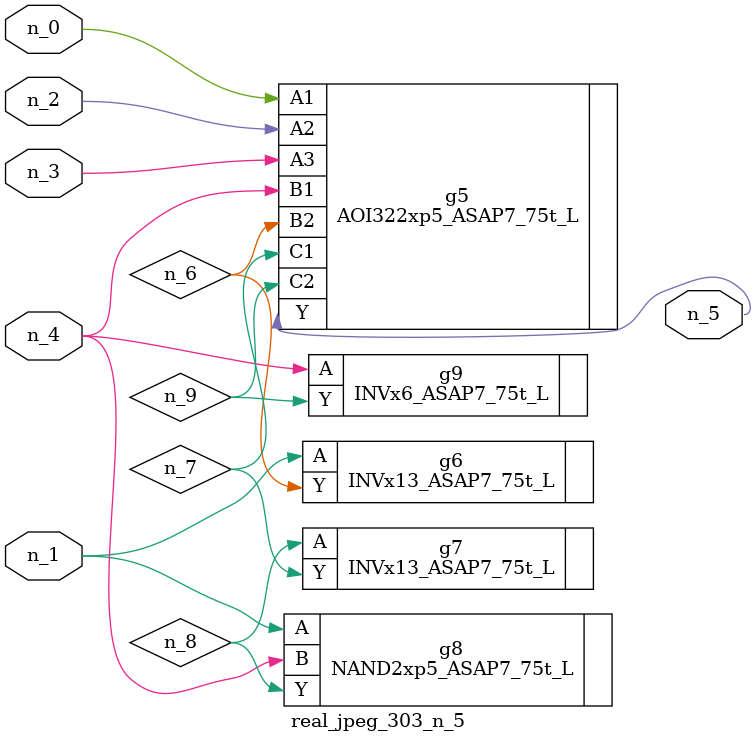
<source format=v>
module real_jpeg_303_n_5 (n_4, n_0, n_1, n_2, n_3, n_5);

input n_4;
input n_0;
input n_1;
input n_2;
input n_3;

output n_5;

wire n_8;
wire n_6;
wire n_7;
wire n_9;

AOI322xp5_ASAP7_75t_L g5 ( 
.A1(n_0),
.A2(n_2),
.A3(n_3),
.B1(n_4),
.B2(n_6),
.C1(n_7),
.C2(n_9),
.Y(n_5)
);

INVx13_ASAP7_75t_L g6 ( 
.A(n_1),
.Y(n_6)
);

NAND2xp5_ASAP7_75t_L g8 ( 
.A(n_1),
.B(n_4),
.Y(n_8)
);

INVx6_ASAP7_75t_L g9 ( 
.A(n_4),
.Y(n_9)
);

INVx13_ASAP7_75t_L g7 ( 
.A(n_8),
.Y(n_7)
);


endmodule
</source>
